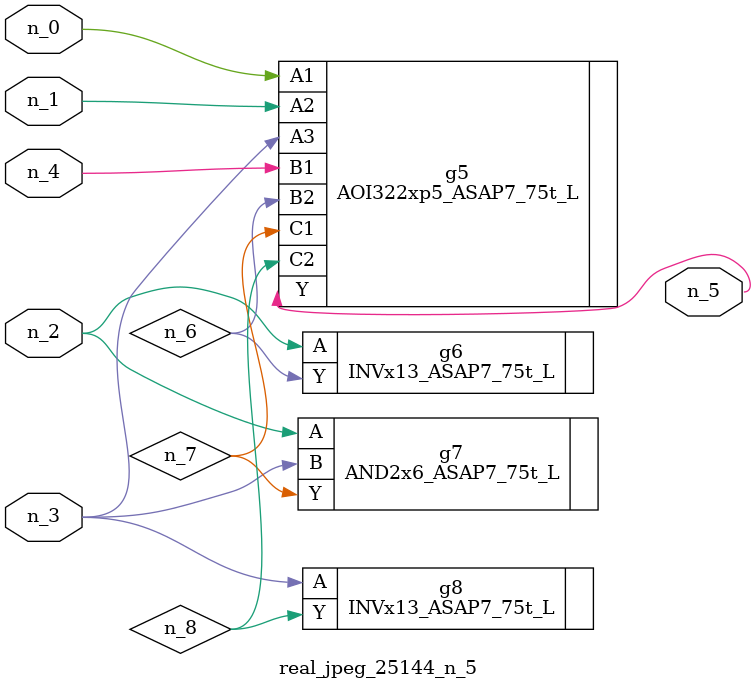
<source format=v>
module real_jpeg_25144_n_5 (n_4, n_0, n_1, n_2, n_3, n_5);

input n_4;
input n_0;
input n_1;
input n_2;
input n_3;

output n_5;

wire n_8;
wire n_6;
wire n_7;

AOI322xp5_ASAP7_75t_L g5 ( 
.A1(n_0),
.A2(n_1),
.A3(n_3),
.B1(n_4),
.B2(n_6),
.C1(n_7),
.C2(n_8),
.Y(n_5)
);

INVx13_ASAP7_75t_L g6 ( 
.A(n_2),
.Y(n_6)
);

AND2x6_ASAP7_75t_L g7 ( 
.A(n_2),
.B(n_3),
.Y(n_7)
);

INVx13_ASAP7_75t_L g8 ( 
.A(n_3),
.Y(n_8)
);


endmodule
</source>
